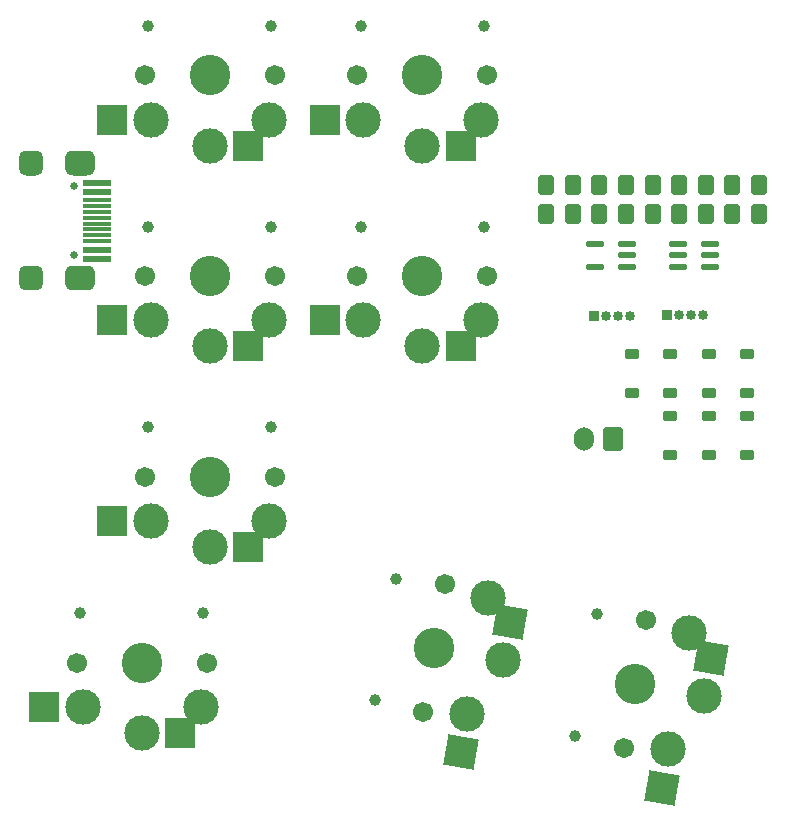
<source format=gbr>
%TF.GenerationSoftware,KiCad,Pcbnew,(5.99.0-11706-g59ad333650)*%
%TF.CreationDate,2021-08-22T22:29:06-05:00*%
%TF.ProjectId,lightwing_prototype,6c696768-7477-4696-9e67-5f70726f746f,rev?*%
%TF.SameCoordinates,Original*%
%TF.FileFunction,Soldermask,Bot*%
%TF.FilePolarity,Negative*%
%FSLAX46Y46*%
G04 Gerber Fmt 4.6, Leading zero omitted, Abs format (unit mm)*
G04 Created by KiCad (PCBNEW (5.99.0-11706-g59ad333650)) date 2021-08-22 22:29:06*
%MOMM*%
%LPD*%
G01*
G04 APERTURE LIST*
G04 Aperture macros list*
%AMRoundRect*
0 Rectangle with rounded corners*
0 $1 Rounding radius*
0 $2 $3 $4 $5 $6 $7 $8 $9 X,Y pos of 4 corners*
0 Add a 4 corners polygon primitive as box body*
4,1,4,$2,$3,$4,$5,$6,$7,$8,$9,$2,$3,0*
0 Add four circle primitives for the rounded corners*
1,1,$1+$1,$2,$3*
1,1,$1+$1,$4,$5*
1,1,$1+$1,$6,$7*
1,1,$1+$1,$8,$9*
0 Add four rect primitives between the rounded corners*
20,1,$1+$1,$2,$3,$4,$5,0*
20,1,$1+$1,$4,$5,$6,$7,0*
20,1,$1+$1,$6,$7,$8,$9,0*
20,1,$1+$1,$8,$9,$2,$3,0*%
%AMRotRect*
0 Rectangle, with rotation*
0 The origin of the aperture is its center*
0 $1 length*
0 $2 width*
0 $3 Rotation angle, in degrees counterclockwise*
0 Add horizontal line*
21,1,$1,$2,0,0,$3*%
G04 Aperture macros list end*
%ADD10RoundRect,0.123750X-0.656250X-0.123750X0.656250X-0.123750X0.656250X0.123750X-0.656250X0.123750X0*%
%ADD11RoundRect,0.225000X-0.375000X0.225000X-0.375000X-0.225000X0.375000X-0.225000X0.375000X0.225000X0*%
%ADD12C,3.000000*%
%ADD13C,1.701800*%
%ADD14C,0.990600*%
%ADD15C,3.429000*%
%ADD16RotRect,2.600000X2.600000X80.000000*%
%ADD17RoundRect,0.350000X-0.350000X0.500500X-0.350000X-0.500500X0.350000X-0.500500X0.350000X0.500500X0*%
%ADD18R,2.600000X2.600000*%
%ADD19RoundRect,0.250000X0.600000X0.750000X-0.600000X0.750000X-0.600000X-0.750000X0.600000X-0.750000X0*%
%ADD20O,1.700000X2.000000*%
%ADD21RoundRect,0.350000X0.350000X-0.500500X0.350000X0.500500X-0.350000X0.500500X-0.350000X-0.500500X0*%
%ADD22R,0.850000X0.850000*%
%ADD23O,0.850000X0.850000*%
%ADD24C,0.650000*%
%ADD25R,2.450000X0.570000*%
%ADD26R,2.450000X0.300000*%
%ADD27O,2.100000X1.000000*%
%ADD28RoundRect,0.525000X-0.725000X0.525000X-0.725000X-0.525000X0.725000X-0.525000X0.725000X0.525000X0*%
%ADD29O,1.600000X1.000000*%
%ADD30RoundRect,0.500000X-0.500000X0.550000X-0.500000X-0.550000X0.500000X-0.550000X0.500000X0.550000X0*%
G04 APERTURE END LIST*
D10*
%TO.C,U4*%
X131850000Y-56800000D03*
X131850000Y-57750000D03*
X131850000Y-58700000D03*
X129150000Y-58700000D03*
X129150000Y-57750000D03*
X129150000Y-56800000D03*
%TD*%
D11*
%TO.C,D15*%
X131750000Y-69400000D03*
X131750000Y-66099000D03*
%TD*%
D12*
%TO.C,SW14*%
X114359606Y-92033207D03*
D13*
X107544935Y-96416443D03*
D12*
X113061270Y-86727142D03*
D14*
X105270251Y-85129981D03*
X103457364Y-95411374D03*
D12*
X111324788Y-96575219D03*
D15*
X108500000Y-91000000D03*
D13*
X109455065Y-85583557D03*
D16*
X114928304Y-88807961D03*
X110756090Y-99800465D03*
%TD*%
D11*
%TO.C,D17*%
X135000000Y-74650000D03*
X135000000Y-71349000D03*
%TD*%
D14*
%TO.C,SW17*%
X120457364Y-98411374D03*
D12*
X128324788Y-99575219D03*
X131359606Y-95033207D03*
D14*
X122270251Y-88129981D03*
D13*
X124544935Y-99416443D03*
D12*
X130061270Y-89727142D03*
D13*
X126455065Y-88583557D03*
D15*
X125500000Y-94000000D03*
D16*
X131928304Y-91807961D03*
X127756090Y-102800465D03*
%TD*%
D17*
%TO.C,C1*%
X127000000Y-51748000D03*
X127000000Y-54250000D03*
%TD*%
D11*
%TO.C,D13*%
X135000000Y-66099000D03*
X135000000Y-69400000D03*
%TD*%
D12*
%TO.C,SW12*%
X89500000Y-65450000D03*
D15*
X89500000Y-59500000D03*
D12*
X84500000Y-63250000D03*
D13*
X95000000Y-59500000D03*
D14*
X84280000Y-55300000D03*
X94720000Y-55300000D03*
D13*
X84000000Y-59500000D03*
D12*
X94500000Y-63250000D03*
D18*
X92775000Y-65450000D03*
X81225000Y-63250000D03*
%TD*%
D19*
%TO.C,J2*%
X123650000Y-73300000D03*
D20*
X121150000Y-73300000D03*
%TD*%
D11*
%TO.C,D11*%
X128500000Y-69400000D03*
X128500000Y-66099000D03*
%TD*%
D21*
%TO.C,R3*%
X124750000Y-54250000D03*
X124750000Y-51748000D03*
%TD*%
D14*
%TO.C,SW13*%
X94720000Y-72300000D03*
X84280000Y-72300000D03*
D12*
X94500000Y-80250000D03*
X89500000Y-82450000D03*
D13*
X95000000Y-76500000D03*
D15*
X89500000Y-76500000D03*
D12*
X84500000Y-80250000D03*
D13*
X84000000Y-76500000D03*
D18*
X92775000Y-82450000D03*
X81225000Y-80250000D03*
%TD*%
D17*
%TO.C,R7*%
X122500000Y-51748000D03*
X122500000Y-54250000D03*
%TD*%
D22*
%TO.C,J4*%
X128250000Y-62750000D03*
D23*
X129250000Y-62750000D03*
X130250000Y-62750000D03*
X131250000Y-62750000D03*
%TD*%
D12*
%TO.C,SW10*%
X83750000Y-98200000D03*
D14*
X88970000Y-88050000D03*
X78530000Y-88050000D03*
D12*
X78750000Y-96000000D03*
D13*
X78250000Y-92250000D03*
D12*
X88750000Y-96000000D03*
D15*
X83750000Y-92250000D03*
D13*
X89250000Y-92250000D03*
D18*
X87025000Y-98200000D03*
X75475000Y-96000000D03*
%TD*%
D14*
%TO.C,SW11*%
X84280000Y-38300000D03*
D12*
X89500000Y-48450000D03*
D15*
X89500000Y-42500000D03*
D14*
X94720000Y-38300000D03*
D12*
X94500000Y-46250000D03*
D13*
X95000000Y-42500000D03*
D12*
X84500000Y-46250000D03*
D13*
X84000000Y-42500000D03*
D18*
X92775000Y-48450000D03*
X81225000Y-46250000D03*
%TD*%
D14*
%TO.C,SW16*%
X112720000Y-55300000D03*
X102280000Y-55300000D03*
D12*
X107500000Y-65450000D03*
X112500000Y-63250000D03*
D15*
X107500000Y-59500000D03*
D12*
X102500000Y-63250000D03*
D13*
X102000000Y-59500000D03*
X113000000Y-59500000D03*
D18*
X110775000Y-65450000D03*
X99225000Y-63250000D03*
%TD*%
D17*
%TO.C,C5*%
X131500000Y-51749000D03*
X131500000Y-54251000D03*
%TD*%
D11*
%TO.C,D12*%
X125250000Y-66099000D03*
X125250000Y-69400000D03*
%TD*%
D22*
%TO.C,J3*%
X122050000Y-62840000D03*
D23*
X123050000Y-62840000D03*
X124050000Y-62840000D03*
X125050000Y-62840000D03*
%TD*%
D17*
%TO.C,R5*%
X129250000Y-51749000D03*
X129250000Y-54251000D03*
%TD*%
D11*
%TO.C,D14*%
X131750000Y-74650000D03*
X131750000Y-71349000D03*
%TD*%
D21*
%TO.C,C3*%
X133750000Y-54250000D03*
X133750000Y-51748000D03*
%TD*%
D13*
%TO.C,SW15*%
X113000000Y-42500000D03*
D15*
X107500000Y-42500000D03*
D12*
X107500000Y-48450000D03*
X112500000Y-46250000D03*
X102500000Y-46250000D03*
D14*
X102280000Y-38300000D03*
D13*
X102000000Y-42500000D03*
D14*
X112720000Y-38300000D03*
D18*
X110775000Y-48450000D03*
X99225000Y-46250000D03*
%TD*%
D10*
%TO.C,U1*%
X124850000Y-56800000D03*
X124850000Y-57750000D03*
X124850000Y-58700000D03*
X122150000Y-58700000D03*
X122150000Y-56800000D03*
%TD*%
D24*
%TO.C,J1*%
X77980000Y-51910000D03*
X77980000Y-57690000D03*
D25*
X79925000Y-58025000D03*
X79925000Y-57250000D03*
D26*
X79925000Y-56050000D03*
X79925000Y-55050000D03*
X79925000Y-54550000D03*
D25*
X79925000Y-51575000D03*
X79925000Y-52350000D03*
D26*
X79925000Y-53050000D03*
X79925000Y-54050000D03*
X79925000Y-55550000D03*
D27*
X78510000Y-50480000D03*
D28*
X78510000Y-59650000D03*
D29*
X74330000Y-59120000D03*
D28*
X78510000Y-49950000D03*
D30*
X74330000Y-59650000D03*
D29*
X74330000Y-50480000D03*
D27*
X78510000Y-59120000D03*
D30*
X74330000Y-49950000D03*
D26*
X79925000Y-56550000D03*
X79925000Y-53550000D03*
%TD*%
D17*
%TO.C,C4*%
X136000000Y-51748000D03*
X136000000Y-54250000D03*
%TD*%
D11*
%TO.C,D10*%
X128500000Y-74650000D03*
X128500000Y-71349000D03*
%TD*%
D21*
%TO.C,R6*%
X120250000Y-54250000D03*
X120250000Y-51748000D03*
%TD*%
%TO.C,C2*%
X118000000Y-54250000D03*
X118000000Y-51748000D03*
%TD*%
M02*

</source>
